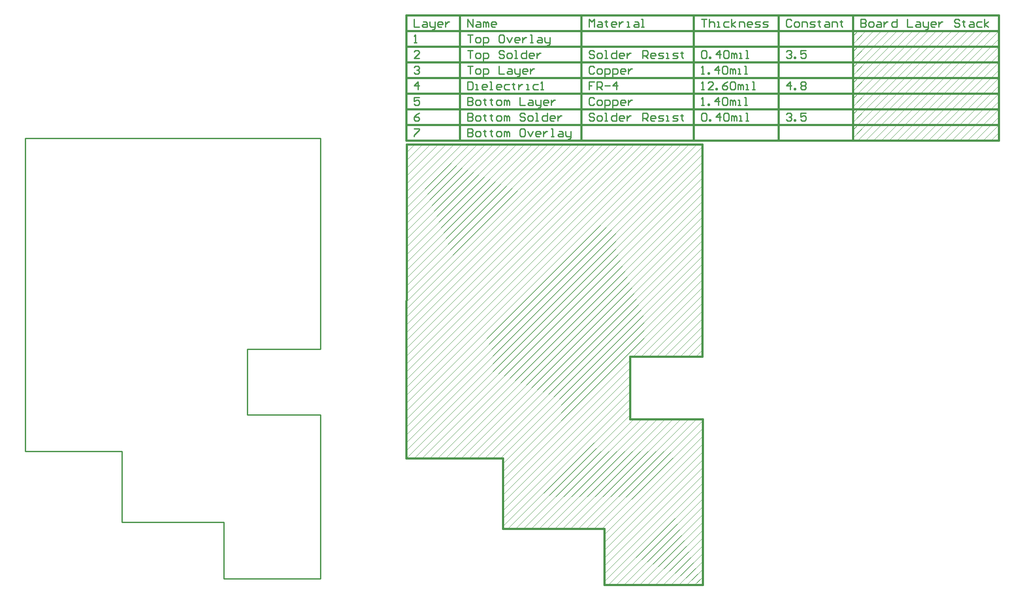
<source format=gko>
G04 Layer_Color=16711935*
%FSAX25Y25*%
%MOIN*%
G70*
G01*
G75*
%ADD30C,0.01500*%
%ADD69C,0.01000*%
%ADD101C,0.00100*%
D30*
X1733950Y1070511D02*
X1734447Y1310976D01*
X1733950Y1070511D02*
X1807939D01*
Y1016411D02*
Y1070511D01*
Y1016411D02*
X1885608D01*
Y0973450D02*
Y1016411D01*
Y0973450D02*
X1960890D01*
Y1100346D01*
X1905199D02*
X1960890D01*
X1905199D02*
Y1148478D01*
X1960691D01*
Y1310976D01*
X1734447D02*
X1960691D01*
X2187830Y1313976D02*
Y1409976D01*
X2075862Y1385976D02*
X2187830D01*
X2075862Y1373976D02*
X2187830D01*
X2075862Y1361976D02*
X2187830D01*
X2075862Y1349976D02*
X2187830D01*
X2075862Y1337976D02*
X2187830D01*
X2075862Y1325976D02*
X2187830D01*
X2075862Y1313976D02*
X2187830D01*
X2075862D02*
Y1409976D01*
X2018876Y1385976D02*
X2075862D01*
X2018876Y1373976D02*
X2075862D01*
X2018876Y1361976D02*
X2075862D01*
X2018876Y1349976D02*
X2075862D01*
X2018876Y1337976D02*
X2075862D01*
X2018876Y1325976D02*
X2075862D01*
X2018876Y1313976D02*
X2075862D01*
X2018876D02*
Y1409976D01*
X1953892Y1385976D02*
X2018876D01*
X1953892Y1373976D02*
X2018876D01*
X1953892Y1361976D02*
X2018876D01*
X1953892Y1349976D02*
X2018876D01*
X1953892Y1337976D02*
X2018876D01*
X1953892Y1325976D02*
X2018876D01*
X1953892Y1313976D02*
X2018876D01*
X1953892D02*
Y1409976D01*
X1867916Y1385976D02*
X1953892D01*
X1867916Y1373976D02*
X1953892D01*
X1867916Y1361976D02*
X1953892D01*
X1867916Y1349976D02*
X1953892D01*
X1867916Y1337976D02*
X1953892D01*
X1867916Y1325976D02*
X1953892D01*
X1867916Y1313976D02*
X1953892D01*
X1867916D02*
Y1409976D01*
X1774941Y1385976D02*
X1867916D01*
X1774941Y1373976D02*
X1867916D01*
X1774941Y1361976D02*
X1867916D01*
X1774941Y1349976D02*
X1867916D01*
X1774941Y1337976D02*
X1867916D01*
X1774941Y1325976D02*
X1867916D01*
X1774941Y1313976D02*
X1867916D01*
X1774941D02*
Y1409976D01*
X1733950Y1385976D02*
X1774941D01*
X1733950Y1373976D02*
X1774941D01*
X1733950Y1361976D02*
X1774941D01*
X1733950Y1349976D02*
X1774941D01*
X1733950Y1337976D02*
X1774941D01*
X1733950Y1325976D02*
X1774941D01*
X1733950Y1313976D02*
X1774941D01*
X1733950D02*
Y1409976D01*
X2187830D01*
X1733950Y1397976D02*
X2187830D01*
D69*
X1612275Y1154100D02*
X1668200D01*
X1612275Y1103800D02*
Y1154100D01*
X1668200D02*
Y1315900D01*
X1612275Y1103800D02*
X1668200D01*
X1442200Y1075800D02*
X1516300D01*
Y1021361D02*
Y1075800D01*
Y1021361D02*
X1594400D01*
Y0978100D02*
Y1021300D01*
Y0978054D02*
X1668200D01*
Y0978100D02*
Y1103800D01*
X1442200Y1075800D02*
Y1315900D01*
X1668200D01*
X2081862Y1406974D02*
Y1400976D01*
X2084861D01*
X2085861Y1401976D01*
Y1402976D01*
X2084861Y1403975D01*
X2081862D01*
X2084861D01*
X2085861Y1404975D01*
Y1405975D01*
X2084861Y1406974D01*
X2081862D01*
X2088860Y1400976D02*
X2090859D01*
X2091859Y1401976D01*
Y1403975D01*
X2090859Y1404975D01*
X2088860D01*
X2087860Y1403975D01*
Y1401976D01*
X2088860Y1400976D01*
X2094858Y1404975D02*
X2096857D01*
X2097857Y1403975D01*
Y1400976D01*
X2094858D01*
X2093858Y1401976D01*
X2094858Y1402976D01*
X2097857D01*
X2099856Y1404975D02*
Y1400976D01*
Y1402976D01*
X2100856Y1403975D01*
X2101856Y1404975D01*
X2102855D01*
X2109853Y1406974D02*
Y1400976D01*
X2106854D01*
X2105854Y1401976D01*
Y1403975D01*
X2106854Y1404975D01*
X2109853D01*
X2117850Y1406974D02*
Y1400976D01*
X2121849D01*
X2124848Y1404975D02*
X2126847D01*
X2127847Y1403975D01*
Y1400976D01*
X2124848D01*
X2123848Y1401976D01*
X2124848Y1402976D01*
X2127847D01*
X2129847Y1404975D02*
Y1401976D01*
X2130846Y1400976D01*
X2133845D01*
Y1399977D01*
X2132845Y1398977D01*
X2131846D01*
X2133845Y1400976D02*
Y1404975D01*
X2138844Y1400976D02*
X2136844D01*
X2135845Y1401976D01*
Y1403975D01*
X2136844Y1404975D01*
X2138844D01*
X2139843Y1403975D01*
Y1402976D01*
X2135845D01*
X2141843Y1404975D02*
Y1400976D01*
Y1402976D01*
X2142842Y1403975D01*
X2143842Y1404975D01*
X2144842D01*
X2157837Y1405975D02*
X2156838Y1406974D01*
X2154838D01*
X2153839Y1405975D01*
Y1404975D01*
X2154838Y1403975D01*
X2156838D01*
X2157837Y1402976D01*
Y1401976D01*
X2156838Y1400976D01*
X2154838D01*
X2153839Y1401976D01*
X2160836Y1405975D02*
Y1404975D01*
X2159837D01*
X2161836D01*
X2160836D01*
Y1401976D01*
X2161836Y1400976D01*
X2165835Y1404975D02*
X2167834D01*
X2168834Y1403975D01*
Y1400976D01*
X2165835D01*
X2164835Y1401976D01*
X2165835Y1402976D01*
X2168834D01*
X2174832Y1404975D02*
X2171833D01*
X2170833Y1403975D01*
Y1401976D01*
X2171833Y1400976D01*
X2174832D01*
X2176831D02*
Y1406974D01*
Y1402976D02*
X2179830Y1404975D01*
X2176831Y1402976D02*
X2179830Y1400976D01*
X2024876Y1381975D02*
X2025876Y1382974D01*
X2027875D01*
X2028875Y1381975D01*
Y1380975D01*
X2027875Y1379975D01*
X2026875D01*
X2027875D01*
X2028875Y1378976D01*
Y1377976D01*
X2027875Y1376976D01*
X2025876D01*
X2024876Y1377976D01*
X2030874Y1376976D02*
Y1377976D01*
X2031874D01*
Y1376976D01*
X2030874D01*
X2039871Y1382974D02*
X2035872D01*
Y1379975D01*
X2037872Y1380975D01*
X2038871D01*
X2039871Y1379975D01*
Y1377976D01*
X2038871Y1376976D01*
X2036872D01*
X2035872Y1377976D01*
X2027875Y1352976D02*
Y1358974D01*
X2024876Y1355975D01*
X2028875D01*
X2030874Y1352976D02*
Y1353976D01*
X2031874D01*
Y1352976D01*
X2030874D01*
X2035872Y1357975D02*
X2036872Y1358974D01*
X2038871D01*
X2039871Y1357975D01*
Y1356975D01*
X2038871Y1355975D01*
X2039871Y1354976D01*
Y1353976D01*
X2038871Y1352976D01*
X2036872D01*
X2035872Y1353976D01*
Y1354976D01*
X2036872Y1355975D01*
X2035872Y1356975D01*
Y1357975D01*
X2036872Y1355975D02*
X2038871D01*
X2024876Y1333975D02*
X2025876Y1334974D01*
X2027875D01*
X2028875Y1333975D01*
Y1332975D01*
X2027875Y1331975D01*
X2026875D01*
X2027875D01*
X2028875Y1330976D01*
Y1329976D01*
X2027875Y1328976D01*
X2025876D01*
X2024876Y1329976D01*
X2030874Y1328976D02*
Y1329976D01*
X2031874D01*
Y1328976D01*
X2030874D01*
X2039871Y1334974D02*
X2035872D01*
Y1331975D01*
X2037872Y1332975D01*
X2038871D01*
X2039871Y1331975D01*
Y1329976D01*
X2038871Y1328976D01*
X2036872D01*
X2035872Y1329976D01*
X2028875Y1405975D02*
X2027875Y1406974D01*
X2025876D01*
X2024876Y1405975D01*
Y1401976D01*
X2025876Y1400976D01*
X2027875D01*
X2028875Y1401976D01*
X2031874Y1400976D02*
X2033873D01*
X2034873Y1401976D01*
Y1403975D01*
X2033873Y1404975D01*
X2031874D01*
X2030874Y1403975D01*
Y1401976D01*
X2031874Y1400976D01*
X2036872D02*
Y1404975D01*
X2039871D01*
X2040871Y1403975D01*
Y1400976D01*
X2042870D02*
X2045869D01*
X2046869Y1401976D01*
X2045869Y1402976D01*
X2043870D01*
X2042870Y1403975D01*
X2043870Y1404975D01*
X2046869D01*
X2049868Y1405975D02*
Y1404975D01*
X2048868D01*
X2050867D01*
X2049868D01*
Y1401976D01*
X2050867Y1400976D01*
X2054866Y1404975D02*
X2056866D01*
X2057865Y1403975D01*
Y1400976D01*
X2054866D01*
X2053867Y1401976D01*
X2054866Y1402976D01*
X2057865D01*
X2059865Y1400976D02*
Y1404975D01*
X2062864D01*
X2063863Y1403975D01*
Y1400976D01*
X2066862Y1405975D02*
Y1404975D01*
X2065863D01*
X2067862D01*
X2066862D01*
Y1401976D01*
X2067862Y1400976D01*
X1959892Y1381975D02*
X1960892Y1382974D01*
X1962892D01*
X1963891Y1381975D01*
Y1377976D01*
X1962892Y1376976D01*
X1960892D01*
X1959892Y1377976D01*
Y1381975D01*
X1965891Y1376976D02*
Y1377976D01*
X1966890D01*
Y1376976D01*
X1965891D01*
X1973888D02*
Y1382974D01*
X1970889Y1379975D01*
X1974888D01*
X1976887Y1381975D02*
X1977887Y1382974D01*
X1979886D01*
X1980886Y1381975D01*
Y1377976D01*
X1979886Y1376976D01*
X1977887D01*
X1976887Y1377976D01*
Y1381975D01*
X1982885Y1376976D02*
Y1380975D01*
X1983885D01*
X1984884Y1379975D01*
Y1376976D01*
Y1379975D01*
X1985884Y1380975D01*
X1986884Y1379975D01*
Y1376976D01*
X1988883D02*
X1990882D01*
X1989883D01*
Y1380975D01*
X1988883D01*
X1993881Y1376976D02*
X1995881D01*
X1994881D01*
Y1382974D01*
X1993881D01*
X1959892Y1364976D02*
X1961892D01*
X1960892D01*
Y1370974D01*
X1959892Y1369975D01*
X1964891Y1364976D02*
Y1365976D01*
X1965891D01*
Y1364976D01*
X1964891D01*
X1972888D02*
Y1370974D01*
X1969889Y1367975D01*
X1973888D01*
X1975887Y1369975D02*
X1976887Y1370974D01*
X1978886D01*
X1979886Y1369975D01*
Y1365976D01*
X1978886Y1364976D01*
X1976887D01*
X1975887Y1365976D01*
Y1369975D01*
X1981885Y1364976D02*
Y1368975D01*
X1982885D01*
X1983885Y1367975D01*
Y1364976D01*
Y1367975D01*
X1984884Y1368975D01*
X1985884Y1367975D01*
Y1364976D01*
X1987883D02*
X1989883D01*
X1988883D01*
Y1368975D01*
X1987883D01*
X1992882Y1364976D02*
X1994881D01*
X1993881D01*
Y1370974D01*
X1992882D01*
X1959892Y1352976D02*
X1961892D01*
X1960892D01*
Y1358974D01*
X1959892Y1357975D01*
X1968889Y1352976D02*
X1964891D01*
X1968889Y1356975D01*
Y1357975D01*
X1967890Y1358974D01*
X1965891D01*
X1964891Y1357975D01*
X1970889Y1352976D02*
Y1353976D01*
X1971889D01*
Y1352976D01*
X1970889D01*
X1979886Y1358974D02*
X1977887Y1357975D01*
X1975887Y1355975D01*
Y1353976D01*
X1976887Y1352976D01*
X1978886D01*
X1979886Y1353976D01*
Y1354976D01*
X1978886Y1355975D01*
X1975887D01*
X1981885Y1357975D02*
X1982885Y1358974D01*
X1984884D01*
X1985884Y1357975D01*
Y1353976D01*
X1984884Y1352976D01*
X1982885D01*
X1981885Y1353976D01*
Y1357975D01*
X1987883Y1352976D02*
Y1356975D01*
X1988883D01*
X1989883Y1355975D01*
Y1352976D01*
Y1355975D01*
X1990882Y1356975D01*
X1991882Y1355975D01*
Y1352976D01*
X1993881D02*
X1995881D01*
X1994881D01*
Y1356975D01*
X1993881D01*
X1998880Y1352976D02*
X2000879D01*
X1999879D01*
Y1358974D01*
X1998880D01*
X1959892Y1340976D02*
X1961892D01*
X1960892D01*
Y1346974D01*
X1959892Y1345975D01*
X1964891Y1340976D02*
Y1341976D01*
X1965891D01*
Y1340976D01*
X1964891D01*
X1972888D02*
Y1346974D01*
X1969889Y1343975D01*
X1973888D01*
X1975887Y1345975D02*
X1976887Y1346974D01*
X1978886D01*
X1979886Y1345975D01*
Y1341976D01*
X1978886Y1340976D01*
X1976887D01*
X1975887Y1341976D01*
Y1345975D01*
X1981885Y1340976D02*
Y1344975D01*
X1982885D01*
X1983885Y1343975D01*
Y1340976D01*
Y1343975D01*
X1984884Y1344975D01*
X1985884Y1343975D01*
Y1340976D01*
X1987883D02*
X1989883D01*
X1988883D01*
Y1344975D01*
X1987883D01*
X1992882Y1340976D02*
X1994881D01*
X1993881D01*
Y1346974D01*
X1992882D01*
X1959892Y1333975D02*
X1960892Y1334974D01*
X1962892D01*
X1963891Y1333975D01*
Y1329976D01*
X1962892Y1328976D01*
X1960892D01*
X1959892Y1329976D01*
Y1333975D01*
X1965891Y1328976D02*
Y1329976D01*
X1966890D01*
Y1328976D01*
X1965891D01*
X1973888D02*
Y1334974D01*
X1970889Y1331975D01*
X1974888D01*
X1976887Y1333975D02*
X1977887Y1334974D01*
X1979886D01*
X1980886Y1333975D01*
Y1329976D01*
X1979886Y1328976D01*
X1977887D01*
X1976887Y1329976D01*
Y1333975D01*
X1982885Y1328976D02*
Y1332975D01*
X1983885D01*
X1984884Y1331975D01*
Y1328976D01*
Y1331975D01*
X1985884Y1332975D01*
X1986884Y1331975D01*
Y1328976D01*
X1988883D02*
X1990882D01*
X1989883D01*
Y1332975D01*
X1988883D01*
X1993881Y1328976D02*
X1995881D01*
X1994881D01*
Y1334974D01*
X1993881D01*
X1959892Y1406974D02*
X1963891D01*
X1961892D01*
Y1400976D01*
X1965891Y1406974D02*
Y1400976D01*
Y1403975D01*
X1966890Y1404975D01*
X1968889D01*
X1969889Y1403975D01*
Y1400976D01*
X1971889D02*
X1973888D01*
X1972888D01*
Y1404975D01*
X1971889D01*
X1980886D02*
X1977887D01*
X1976887Y1403975D01*
Y1401976D01*
X1977887Y1400976D01*
X1980886D01*
X1982885D02*
Y1406974D01*
Y1402976D02*
X1985884Y1404975D01*
X1982885Y1402976D02*
X1985884Y1400976D01*
X1988883D02*
Y1404975D01*
X1991882D01*
X1992882Y1403975D01*
Y1400976D01*
X1997880D02*
X1995881D01*
X1994881Y1401976D01*
Y1403975D01*
X1995881Y1404975D01*
X1997880D01*
X1998880Y1403975D01*
Y1402976D01*
X1994881D01*
X2000879Y1400976D02*
X2003878D01*
X2004878Y1401976D01*
X2003878Y1402976D01*
X2001879D01*
X2000879Y1403975D01*
X2001879Y1404975D01*
X2004878D01*
X2006877Y1400976D02*
X2009876D01*
X2010876Y1401976D01*
X2009876Y1402976D01*
X2007877D01*
X2006877Y1403975D01*
X2007877Y1404975D01*
X2010876D01*
X1877914Y1381975D02*
X1876915Y1382974D01*
X1874915D01*
X1873916Y1381975D01*
Y1380975D01*
X1874915Y1379975D01*
X1876915D01*
X1877914Y1378976D01*
Y1377976D01*
X1876915Y1376976D01*
X1874915D01*
X1873916Y1377976D01*
X1880914Y1376976D02*
X1882913D01*
X1883912Y1377976D01*
Y1379975D01*
X1882913Y1380975D01*
X1880914D01*
X1879914Y1379975D01*
Y1377976D01*
X1880914Y1376976D01*
X1885912D02*
X1887911D01*
X1886912D01*
Y1382974D01*
X1885912D01*
X1894909D02*
Y1376976D01*
X1891910D01*
X1890910Y1377976D01*
Y1379975D01*
X1891910Y1380975D01*
X1894909D01*
X1899907Y1376976D02*
X1897908D01*
X1896908Y1377976D01*
Y1379975D01*
X1897908Y1380975D01*
X1899907D01*
X1900907Y1379975D01*
Y1378976D01*
X1896908D01*
X1902906Y1380975D02*
Y1376976D01*
Y1378976D01*
X1903906Y1379975D01*
X1904906Y1380975D01*
X1905905D01*
X1914902Y1376976D02*
Y1382974D01*
X1917901D01*
X1918901Y1381975D01*
Y1379975D01*
X1917901Y1378976D01*
X1914902D01*
X1916902D02*
X1918901Y1376976D01*
X1923900D02*
X1921900D01*
X1920901Y1377976D01*
Y1379975D01*
X1921900Y1380975D01*
X1923900D01*
X1924899Y1379975D01*
Y1378976D01*
X1920901D01*
X1926899Y1376976D02*
X1929898D01*
X1930897Y1377976D01*
X1929898Y1378976D01*
X1927898D01*
X1926899Y1379975D01*
X1927898Y1380975D01*
X1930897D01*
X1932897Y1376976D02*
X1934896D01*
X1933896D01*
Y1380975D01*
X1932897D01*
X1937895Y1376976D02*
X1940894D01*
X1941894Y1377976D01*
X1940894Y1378976D01*
X1938895D01*
X1937895Y1379975D01*
X1938895Y1380975D01*
X1941894D01*
X1944893Y1381975D02*
Y1380975D01*
X1943893D01*
X1945892D01*
X1944893D01*
Y1377976D01*
X1945892Y1376976D01*
X1877914Y1369975D02*
X1876915Y1370974D01*
X1874915D01*
X1873916Y1369975D01*
Y1365976D01*
X1874915Y1364976D01*
X1876915D01*
X1877914Y1365976D01*
X1880914Y1364976D02*
X1882913D01*
X1883912Y1365976D01*
Y1367975D01*
X1882913Y1368975D01*
X1880914D01*
X1879914Y1367975D01*
Y1365976D01*
X1880914Y1364976D01*
X1885912Y1362977D02*
Y1368975D01*
X1888911D01*
X1889911Y1367975D01*
Y1365976D01*
X1888911Y1364976D01*
X1885912D01*
X1891910Y1362977D02*
Y1368975D01*
X1894909D01*
X1895909Y1367975D01*
Y1365976D01*
X1894909Y1364976D01*
X1891910D01*
X1900907D02*
X1898908D01*
X1897908Y1365976D01*
Y1367975D01*
X1898908Y1368975D01*
X1900907D01*
X1901907Y1367975D01*
Y1366976D01*
X1897908D01*
X1903906Y1368975D02*
Y1364976D01*
Y1366976D01*
X1904906Y1367975D01*
X1905905Y1368975D01*
X1906905D01*
X1877914Y1358974D02*
X1873916D01*
Y1355975D01*
X1875915D01*
X1873916D01*
Y1352976D01*
X1879914D02*
Y1358974D01*
X1882913D01*
X1883912Y1357975D01*
Y1355975D01*
X1882913Y1354976D01*
X1879914D01*
X1881913D02*
X1883912Y1352976D01*
X1885912Y1355975D02*
X1889911D01*
X1894909Y1352976D02*
Y1358974D01*
X1891910Y1355975D01*
X1895909D01*
X1877914Y1345975D02*
X1876915Y1346974D01*
X1874915D01*
X1873916Y1345975D01*
Y1341976D01*
X1874915Y1340976D01*
X1876915D01*
X1877914Y1341976D01*
X1880914Y1340976D02*
X1882913D01*
X1883912Y1341976D01*
Y1343975D01*
X1882913Y1344975D01*
X1880914D01*
X1879914Y1343975D01*
Y1341976D01*
X1880914Y1340976D01*
X1885912Y1338977D02*
Y1344975D01*
X1888911D01*
X1889911Y1343975D01*
Y1341976D01*
X1888911Y1340976D01*
X1885912D01*
X1891910Y1338977D02*
Y1344975D01*
X1894909D01*
X1895909Y1343975D01*
Y1341976D01*
X1894909Y1340976D01*
X1891910D01*
X1900907D02*
X1898908D01*
X1897908Y1341976D01*
Y1343975D01*
X1898908Y1344975D01*
X1900907D01*
X1901907Y1343975D01*
Y1342976D01*
X1897908D01*
X1903906Y1344975D02*
Y1340976D01*
Y1342976D01*
X1904906Y1343975D01*
X1905905Y1344975D01*
X1906905D01*
X1877914Y1333975D02*
X1876915Y1334974D01*
X1874915D01*
X1873916Y1333975D01*
Y1332975D01*
X1874915Y1331975D01*
X1876915D01*
X1877914Y1330976D01*
Y1329976D01*
X1876915Y1328976D01*
X1874915D01*
X1873916Y1329976D01*
X1880914Y1328976D02*
X1882913D01*
X1883912Y1329976D01*
Y1331975D01*
X1882913Y1332975D01*
X1880914D01*
X1879914Y1331975D01*
Y1329976D01*
X1880914Y1328976D01*
X1885912D02*
X1887911D01*
X1886912D01*
Y1334974D01*
X1885912D01*
X1894909D02*
Y1328976D01*
X1891910D01*
X1890910Y1329976D01*
Y1331975D01*
X1891910Y1332975D01*
X1894909D01*
X1899907Y1328976D02*
X1897908D01*
X1896908Y1329976D01*
Y1331975D01*
X1897908Y1332975D01*
X1899907D01*
X1900907Y1331975D01*
Y1330976D01*
X1896908D01*
X1902906Y1332975D02*
Y1328976D01*
Y1330976D01*
X1903906Y1331975D01*
X1904906Y1332975D01*
X1905905D01*
X1914902Y1328976D02*
Y1334974D01*
X1917901D01*
X1918901Y1333975D01*
Y1331975D01*
X1917901Y1330976D01*
X1914902D01*
X1916902D02*
X1918901Y1328976D01*
X1923900D02*
X1921900D01*
X1920901Y1329976D01*
Y1331975D01*
X1921900Y1332975D01*
X1923900D01*
X1924899Y1331975D01*
Y1330976D01*
X1920901D01*
X1926899Y1328976D02*
X1929898D01*
X1930897Y1329976D01*
X1929898Y1330976D01*
X1927898D01*
X1926899Y1331975D01*
X1927898Y1332975D01*
X1930897D01*
X1932897Y1328976D02*
X1934896D01*
X1933896D01*
Y1332975D01*
X1932897D01*
X1937895Y1328976D02*
X1940894D01*
X1941894Y1329976D01*
X1940894Y1330976D01*
X1938895D01*
X1937895Y1331975D01*
X1938895Y1332975D01*
X1941894D01*
X1944893Y1333975D02*
Y1332975D01*
X1943893D01*
X1945892D01*
X1944893D01*
Y1329976D01*
X1945892Y1328976D01*
X1873916Y1400976D02*
Y1406974D01*
X1875915Y1404975D01*
X1877914Y1406974D01*
Y1400976D01*
X1880914Y1404975D02*
X1882913D01*
X1883912Y1403975D01*
Y1400976D01*
X1880914D01*
X1879914Y1401976D01*
X1880914Y1402976D01*
X1883912D01*
X1886912Y1405975D02*
Y1404975D01*
X1885912D01*
X1887911D01*
X1886912D01*
Y1401976D01*
X1887911Y1400976D01*
X1893909D02*
X1891910D01*
X1890910Y1401976D01*
Y1403975D01*
X1891910Y1404975D01*
X1893909D01*
X1894909Y1403975D01*
Y1402976D01*
X1890910D01*
X1896908Y1404975D02*
Y1400976D01*
Y1402976D01*
X1897908Y1403975D01*
X1898908Y1404975D01*
X1899907D01*
X1902906Y1400976D02*
X1904906D01*
X1903906D01*
Y1404975D01*
X1902906D01*
X1908904D02*
X1910904D01*
X1911903Y1403975D01*
Y1400976D01*
X1908904D01*
X1907905Y1401976D01*
X1908904Y1402976D01*
X1911903D01*
X1913903Y1400976D02*
X1915902D01*
X1914902D01*
Y1406974D01*
X1913903D01*
X1780941Y1394974D02*
X1784940D01*
X1782941D01*
Y1388976D01*
X1787939D02*
X1789938D01*
X1790938Y1389976D01*
Y1391975D01*
X1789938Y1392975D01*
X1787939D01*
X1786939Y1391975D01*
Y1389976D01*
X1787939Y1388976D01*
X1792937Y1386977D02*
Y1392975D01*
X1795936D01*
X1796936Y1391975D01*
Y1389976D01*
X1795936Y1388976D01*
X1792937D01*
X1807932Y1394974D02*
X1805933D01*
X1804934Y1393975D01*
Y1389976D01*
X1805933Y1388976D01*
X1807932D01*
X1808932Y1389976D01*
Y1393975D01*
X1807932Y1394974D01*
X1810932Y1392975D02*
X1812931Y1388976D01*
X1814930Y1392975D01*
X1819929Y1388976D02*
X1817929D01*
X1816930Y1389976D01*
Y1391975D01*
X1817929Y1392975D01*
X1819929D01*
X1820928Y1391975D01*
Y1390976D01*
X1816930D01*
X1822928Y1392975D02*
Y1388976D01*
Y1390976D01*
X1823927Y1391975D01*
X1824927Y1392975D01*
X1825927D01*
X1828926Y1388976D02*
X1830925D01*
X1829925D01*
Y1394974D01*
X1828926D01*
X1834924Y1392975D02*
X1836923D01*
X1837923Y1391975D01*
Y1388976D01*
X1834924D01*
X1833924Y1389976D01*
X1834924Y1390976D01*
X1837923D01*
X1839922Y1392975D02*
Y1389976D01*
X1840922Y1388976D01*
X1843921D01*
Y1387977D01*
X1842921Y1386977D01*
X1841921D01*
X1843921Y1388976D02*
Y1392975D01*
X1780941Y1382974D02*
X1784940D01*
X1782941D01*
Y1376976D01*
X1787939D02*
X1789938D01*
X1790938Y1377976D01*
Y1379975D01*
X1789938Y1380975D01*
X1787939D01*
X1786939Y1379975D01*
Y1377976D01*
X1787939Y1376976D01*
X1792937Y1374977D02*
Y1380975D01*
X1795936D01*
X1796936Y1379975D01*
Y1377976D01*
X1795936Y1376976D01*
X1792937D01*
X1808932Y1381975D02*
X1807932Y1382974D01*
X1805933D01*
X1804934Y1381975D01*
Y1380975D01*
X1805933Y1379975D01*
X1807932D01*
X1808932Y1378976D01*
Y1377976D01*
X1807932Y1376976D01*
X1805933D01*
X1804934Y1377976D01*
X1811931Y1376976D02*
X1813931D01*
X1814930Y1377976D01*
Y1379975D01*
X1813931Y1380975D01*
X1811931D01*
X1810932Y1379975D01*
Y1377976D01*
X1811931Y1376976D01*
X1816930D02*
X1818929D01*
X1817929D01*
Y1382974D01*
X1816930D01*
X1825927D02*
Y1376976D01*
X1822928D01*
X1821928Y1377976D01*
Y1379975D01*
X1822928Y1380975D01*
X1825927D01*
X1830925Y1376976D02*
X1828926D01*
X1827926Y1377976D01*
Y1379975D01*
X1828926Y1380975D01*
X1830925D01*
X1831925Y1379975D01*
Y1378976D01*
X1827926D01*
X1833924Y1380975D02*
Y1376976D01*
Y1378976D01*
X1834924Y1379975D01*
X1835924Y1380975D01*
X1836923D01*
X1780941Y1370974D02*
X1784940D01*
X1782941D01*
Y1364976D01*
X1787939D02*
X1789938D01*
X1790938Y1365976D01*
Y1367975D01*
X1789938Y1368975D01*
X1787939D01*
X1786939Y1367975D01*
Y1365976D01*
X1787939Y1364976D01*
X1792937Y1362977D02*
Y1368975D01*
X1795936D01*
X1796936Y1367975D01*
Y1365976D01*
X1795936Y1364976D01*
X1792937D01*
X1804934Y1370974D02*
Y1364976D01*
X1808932D01*
X1811931Y1368975D02*
X1813931D01*
X1814930Y1367975D01*
Y1364976D01*
X1811931D01*
X1810932Y1365976D01*
X1811931Y1366976D01*
X1814930D01*
X1816930Y1368975D02*
Y1365976D01*
X1817929Y1364976D01*
X1820928D01*
Y1363977D01*
X1819929Y1362977D01*
X1818929D01*
X1820928Y1364976D02*
Y1368975D01*
X1825927Y1364976D02*
X1823927D01*
X1822928Y1365976D01*
Y1367975D01*
X1823927Y1368975D01*
X1825927D01*
X1826926Y1367975D01*
Y1366976D01*
X1822928D01*
X1828926Y1368975D02*
Y1364976D01*
Y1366976D01*
X1829925Y1367975D01*
X1830925Y1368975D01*
X1831925D01*
X1780941Y1358974D02*
Y1352976D01*
X1783940D01*
X1784940Y1353976D01*
Y1357975D01*
X1783940Y1358974D01*
X1780941D01*
X1786939Y1352976D02*
X1788939D01*
X1787939D01*
Y1356975D01*
X1786939D01*
X1794937Y1352976D02*
X1792937D01*
X1791938Y1353976D01*
Y1355975D01*
X1792937Y1356975D01*
X1794937D01*
X1795936Y1355975D01*
Y1354976D01*
X1791938D01*
X1797936Y1352976D02*
X1799935D01*
X1798936D01*
Y1358974D01*
X1797936D01*
X1805933Y1352976D02*
X1803934D01*
X1802934Y1353976D01*
Y1355975D01*
X1803934Y1356975D01*
X1805933D01*
X1806933Y1355975D01*
Y1354976D01*
X1802934D01*
X1812931Y1356975D02*
X1809932D01*
X1808932Y1355975D01*
Y1353976D01*
X1809932Y1352976D01*
X1812931D01*
X1815930Y1357975D02*
Y1356975D01*
X1814930D01*
X1816930D01*
X1815930D01*
Y1353976D01*
X1816930Y1352976D01*
X1819929Y1356975D02*
Y1352976D01*
Y1354976D01*
X1820928Y1355975D01*
X1821928Y1356975D01*
X1822928D01*
X1825927Y1352976D02*
X1827926D01*
X1826926D01*
Y1356975D01*
X1825927D01*
X1834924D02*
X1831925D01*
X1830925Y1355975D01*
Y1353976D01*
X1831925Y1352976D01*
X1834924D01*
X1836923D02*
X1838923D01*
X1837923D01*
Y1358974D01*
X1836923Y1357975D01*
X1780941Y1346974D02*
Y1340976D01*
X1783940D01*
X1784940Y1341976D01*
Y1342976D01*
X1783940Y1343975D01*
X1780941D01*
X1783940D01*
X1784940Y1344975D01*
Y1345975D01*
X1783940Y1346974D01*
X1780941D01*
X1787939Y1340976D02*
X1789938D01*
X1790938Y1341976D01*
Y1343975D01*
X1789938Y1344975D01*
X1787939D01*
X1786939Y1343975D01*
Y1341976D01*
X1787939Y1340976D01*
X1793937Y1345975D02*
Y1344975D01*
X1792937D01*
X1794937D01*
X1793937D01*
Y1341976D01*
X1794937Y1340976D01*
X1798936Y1345975D02*
Y1344975D01*
X1797936D01*
X1799935D01*
X1798936D01*
Y1341976D01*
X1799935Y1340976D01*
X1803934D02*
X1805933D01*
X1806933Y1341976D01*
Y1343975D01*
X1805933Y1344975D01*
X1803934D01*
X1802934Y1343975D01*
Y1341976D01*
X1803934Y1340976D01*
X1808932D02*
Y1344975D01*
X1809932D01*
X1810932Y1343975D01*
Y1340976D01*
Y1343975D01*
X1811931Y1344975D01*
X1812931Y1343975D01*
Y1340976D01*
X1820928Y1346974D02*
Y1340976D01*
X1824927D01*
X1827926Y1344975D02*
X1829925D01*
X1830925Y1343975D01*
Y1340976D01*
X1827926D01*
X1826926Y1341976D01*
X1827926Y1342976D01*
X1830925D01*
X1832924Y1344975D02*
Y1341976D01*
X1833924Y1340976D01*
X1836923D01*
Y1339977D01*
X1835924Y1338977D01*
X1834924D01*
X1836923Y1340976D02*
Y1344975D01*
X1841921Y1340976D02*
X1839922D01*
X1838923Y1341976D01*
Y1343975D01*
X1839922Y1344975D01*
X1841921D01*
X1842921Y1343975D01*
Y1342976D01*
X1838923D01*
X1844921Y1344975D02*
Y1340976D01*
Y1342976D01*
X1845920Y1343975D01*
X1846920Y1344975D01*
X1847920D01*
X1780941Y1334974D02*
Y1328976D01*
X1783940D01*
X1784940Y1329976D01*
Y1330976D01*
X1783940Y1331975D01*
X1780941D01*
X1783940D01*
X1784940Y1332975D01*
Y1333975D01*
X1783940Y1334974D01*
X1780941D01*
X1787939Y1328976D02*
X1789938D01*
X1790938Y1329976D01*
Y1331975D01*
X1789938Y1332975D01*
X1787939D01*
X1786939Y1331975D01*
Y1329976D01*
X1787939Y1328976D01*
X1793937Y1333975D02*
Y1332975D01*
X1792937D01*
X1794937D01*
X1793937D01*
Y1329976D01*
X1794937Y1328976D01*
X1798936Y1333975D02*
Y1332975D01*
X1797936D01*
X1799935D01*
X1798936D01*
Y1329976D01*
X1799935Y1328976D01*
X1803934D02*
X1805933D01*
X1806933Y1329976D01*
Y1331975D01*
X1805933Y1332975D01*
X1803934D01*
X1802934Y1331975D01*
Y1329976D01*
X1803934Y1328976D01*
X1808932D02*
Y1332975D01*
X1809932D01*
X1810932Y1331975D01*
Y1328976D01*
Y1331975D01*
X1811931Y1332975D01*
X1812931Y1331975D01*
Y1328976D01*
X1824927Y1333975D02*
X1823927Y1334974D01*
X1821928D01*
X1820928Y1333975D01*
Y1332975D01*
X1821928Y1331975D01*
X1823927D01*
X1824927Y1330976D01*
Y1329976D01*
X1823927Y1328976D01*
X1821928D01*
X1820928Y1329976D01*
X1827926Y1328976D02*
X1829925D01*
X1830925Y1329976D01*
Y1331975D01*
X1829925Y1332975D01*
X1827926D01*
X1826926Y1331975D01*
Y1329976D01*
X1827926Y1328976D01*
X1832924D02*
X1834924D01*
X1833924D01*
Y1334974D01*
X1832924D01*
X1841921D02*
Y1328976D01*
X1838923D01*
X1837923Y1329976D01*
Y1331975D01*
X1838923Y1332975D01*
X1841921D01*
X1846920Y1328976D02*
X1844921D01*
X1843921Y1329976D01*
Y1331975D01*
X1844921Y1332975D01*
X1846920D01*
X1847920Y1331975D01*
Y1330976D01*
X1843921D01*
X1849919Y1332975D02*
Y1328976D01*
Y1330976D01*
X1850919Y1331975D01*
X1851918Y1332975D01*
X1852918D01*
X1780941Y1322974D02*
Y1316976D01*
X1783940D01*
X1784940Y1317976D01*
Y1318976D01*
X1783940Y1319975D01*
X1780941D01*
X1783940D01*
X1784940Y1320975D01*
Y1321975D01*
X1783940Y1322974D01*
X1780941D01*
X1787939Y1316976D02*
X1789938D01*
X1790938Y1317976D01*
Y1319975D01*
X1789938Y1320975D01*
X1787939D01*
X1786939Y1319975D01*
Y1317976D01*
X1787939Y1316976D01*
X1793937Y1321975D02*
Y1320975D01*
X1792937D01*
X1794937D01*
X1793937D01*
Y1317976D01*
X1794937Y1316976D01*
X1798936Y1321975D02*
Y1320975D01*
X1797936D01*
X1799935D01*
X1798936D01*
Y1317976D01*
X1799935Y1316976D01*
X1803934D02*
X1805933D01*
X1806933Y1317976D01*
Y1319975D01*
X1805933Y1320975D01*
X1803934D01*
X1802934Y1319975D01*
Y1317976D01*
X1803934Y1316976D01*
X1808932D02*
Y1320975D01*
X1809932D01*
X1810932Y1319975D01*
Y1316976D01*
Y1319975D01*
X1811931Y1320975D01*
X1812931Y1319975D01*
Y1316976D01*
X1823927Y1322974D02*
X1821928D01*
X1820928Y1321975D01*
Y1317976D01*
X1821928Y1316976D01*
X1823927D01*
X1824927Y1317976D01*
Y1321975D01*
X1823927Y1322974D01*
X1826926Y1320975D02*
X1828926Y1316976D01*
X1830925Y1320975D01*
X1835924Y1316976D02*
X1833924D01*
X1832924Y1317976D01*
Y1319975D01*
X1833924Y1320975D01*
X1835924D01*
X1836923Y1319975D01*
Y1318976D01*
X1832924D01*
X1838923Y1320975D02*
Y1316976D01*
Y1318976D01*
X1839922Y1319975D01*
X1840922Y1320975D01*
X1841921D01*
X1844921Y1316976D02*
X1846920D01*
X1845920D01*
Y1322974D01*
X1844921D01*
X1850919Y1320975D02*
X1852918D01*
X1853918Y1319975D01*
Y1316976D01*
X1850919D01*
X1849919Y1317976D01*
X1850919Y1318976D01*
X1853918D01*
X1855917Y1320975D02*
Y1317976D01*
X1856917Y1316976D01*
X1859916D01*
Y1315977D01*
X1858916Y1314977D01*
X1857916D01*
X1859916Y1316976D02*
Y1320975D01*
X1780941Y1400976D02*
Y1406974D01*
X1784940Y1400976D01*
Y1406974D01*
X1787939Y1404975D02*
X1789938D01*
X1790938Y1403975D01*
Y1400976D01*
X1787939D01*
X1786939Y1401976D01*
X1787939Y1402976D01*
X1790938D01*
X1792937Y1400976D02*
Y1404975D01*
X1793937D01*
X1794937Y1403975D01*
Y1400976D01*
Y1403975D01*
X1795936Y1404975D01*
X1796936Y1403975D01*
Y1400976D01*
X1801934D02*
X1799935D01*
X1798936Y1401976D01*
Y1403975D01*
X1799935Y1404975D01*
X1801934D01*
X1802934Y1403975D01*
Y1402976D01*
X1798936D01*
X1739950Y1388976D02*
X1741949D01*
X1740950D01*
Y1394974D01*
X1739950Y1393975D01*
X1743949Y1376976D02*
X1739950D01*
X1743949Y1380975D01*
Y1381975D01*
X1742949Y1382974D01*
X1740950D01*
X1739950Y1381975D01*
Y1369975D02*
X1740950Y1370974D01*
X1742949D01*
X1743949Y1369975D01*
Y1368975D01*
X1742949Y1367975D01*
X1741949D01*
X1742949D01*
X1743949Y1366976D01*
Y1365976D01*
X1742949Y1364976D01*
X1740950D01*
X1739950Y1365976D01*
X1742949Y1352976D02*
Y1358974D01*
X1739950Y1355975D01*
X1743949D01*
Y1346974D02*
X1739950D01*
Y1343975D01*
X1741949Y1344975D01*
X1742949D01*
X1743949Y1343975D01*
Y1341976D01*
X1742949Y1340976D01*
X1740950D01*
X1739950Y1341976D01*
X1743949Y1334974D02*
X1741949Y1333975D01*
X1739950Y1331975D01*
Y1329976D01*
X1740950Y1328976D01*
X1742949D01*
X1743949Y1329976D01*
Y1330976D01*
X1742949Y1331975D01*
X1739950D01*
Y1322974D02*
X1743949D01*
Y1321975D01*
X1739950Y1317976D01*
Y1316976D01*
Y1406974D02*
Y1400976D01*
X1743949D01*
X1746948Y1404975D02*
X1748947D01*
X1749947Y1403975D01*
Y1400976D01*
X1746948D01*
X1745948Y1401976D01*
X1746948Y1402976D01*
X1749947D01*
X1751946Y1404975D02*
Y1401976D01*
X1752946Y1400976D01*
X1755945D01*
Y1399977D01*
X1754945Y1398977D01*
X1753946D01*
X1755945Y1400976D02*
Y1404975D01*
X1760943Y1400976D02*
X1758944D01*
X1757944Y1401976D01*
Y1403975D01*
X1758944Y1404975D01*
X1760943D01*
X1761943Y1403975D01*
Y1402976D01*
X1757944D01*
X1763942Y1404975D02*
Y1400976D01*
Y1402976D01*
X1764942Y1403975D01*
X1765942Y1404975D01*
X1766941D01*
D101*
X1734447Y1311007D02*
X1734471Y1311030D01*
X1734435Y1304994D02*
X1740471Y1311030D01*
X1734422Y1298982D02*
X1746471Y1311030D01*
X1734410Y1292970D02*
X1752471Y1311030D01*
X1734397Y1286957D02*
X1758471Y1311030D01*
X1734385Y1280945D02*
X1764471Y1311030D01*
X1734373Y1274932D02*
X1770471Y1311030D01*
X1734360Y1268920D02*
X1776471Y1311030D01*
X1734348Y1262908D02*
X1782471Y1311030D01*
X1734335Y1256895D02*
X1788471Y1311030D01*
X1734323Y1250883D02*
X1794471Y1311030D01*
X1734310Y1244870D02*
X1800471Y1311030D01*
X1734298Y1238858D02*
X1806471Y1311030D01*
X1734286Y1232845D02*
X1812471Y1311030D01*
X1734273Y1226833D02*
X1818471Y1311030D01*
X1734261Y1220821D02*
X1824471Y1311030D01*
X1734248Y1214808D02*
X1830471Y1311030D01*
X1734236Y1208796D02*
X1836471Y1311030D01*
X1734223Y1202783D02*
X1842471Y1311030D01*
X1734211Y1196771D02*
X1848471Y1311030D01*
X1734199Y1190758D02*
X1854471Y1311030D01*
X1734186Y1184746D02*
X1860471Y1311030D01*
X1734174Y1178734D02*
X1866471Y1311030D01*
X1734161Y1172721D02*
X1872471Y1311030D01*
X1734149Y1166709D02*
X1878471Y1311030D01*
X1734136Y1160696D02*
X1884471Y1311030D01*
X1734124Y1154684D02*
X1890471Y1311030D01*
X1734112Y1148671D02*
X1896471Y1311030D01*
X1734099Y1142659D02*
X1902471Y1311030D01*
X1734087Y1136646D02*
X1908471Y1311030D01*
X1734074Y1130634D02*
X1914471Y1311030D01*
X1734062Y1124622D02*
X1920471Y1311030D01*
X1734049Y1118609D02*
X1926471Y1311030D01*
X1734037Y1112597D02*
X1932471Y1311030D01*
X1734024Y1106584D02*
X1938471Y1311030D01*
X1734012Y1100572D02*
X1944471Y1311030D01*
X1734000Y1094559D02*
X1950471Y1311030D01*
X1733987Y1088547D02*
X1956471Y1311030D01*
X1733975Y1082535D02*
X1960691Y1309251D01*
X1733962Y1076522D02*
X1960691Y1303251D01*
X1733950Y1070510D02*
X1960691Y1297251D01*
X1739875Y1070435D02*
X1960691Y1291251D01*
X1745875Y1070435D02*
X1960691Y1285251D01*
X1751875Y1070435D02*
X1960691Y1279251D01*
X1757875Y1070435D02*
X1960691Y1273251D01*
X1763875Y1070435D02*
X1960691Y1267251D01*
X1769875Y1070435D02*
X1960691Y1261251D01*
X1775875Y1070435D02*
X1960691Y1255251D01*
X1781875Y1070435D02*
X1960691Y1249251D01*
X1787875Y1070435D02*
X1960691Y1243251D01*
X1793875Y1070435D02*
X1960691Y1237251D01*
X1799875Y1070435D02*
X1960691Y1231251D01*
X1805875Y1070435D02*
X1960691Y1225251D01*
X1807939Y1066499D02*
X1960691Y1219251D01*
X1807939Y1060499D02*
X1960691Y1213251D01*
X1807939Y1054499D02*
X1960691Y1207251D01*
X1807939Y1048499D02*
X1905199Y1145759D01*
X1907842Y1148402D02*
X1960691Y1201251D01*
X1807939Y1042499D02*
X1905199Y1139759D01*
X1913842Y1148402D02*
X1960691Y1195251D01*
X1807939Y1036499D02*
X1905199Y1133759D01*
X1919842Y1148402D02*
X1960691Y1189251D01*
X1807939Y1030499D02*
X1905199Y1127759D01*
X1925842Y1148402D02*
X1960691Y1183251D01*
X1807939Y1024499D02*
X1905199Y1121759D01*
X1931842Y1148402D02*
X1960691Y1177251D01*
X1807939Y1018499D02*
X1905199Y1115759D01*
X1937842Y1148402D02*
X1960691Y1171251D01*
X1811775Y1016335D02*
X1905199Y1109759D01*
X1943842Y1148402D02*
X1960691Y1165251D01*
X1817775Y1016335D02*
X1905199Y1103759D01*
X1949842Y1148402D02*
X1960691Y1159251D01*
X1823775Y1016335D02*
X1907862Y1100422D01*
X1955842Y1148402D02*
X1960691Y1153251D01*
X1829775Y1016335D02*
X1913862Y1100422D01*
X1835775Y1016335D02*
X1919862Y1100422D01*
X1841775Y1016335D02*
X1925862Y1100422D01*
X1847775Y1016335D02*
X1931862Y1100422D01*
X1853775Y1016335D02*
X1937862Y1100422D01*
X1859775Y1016335D02*
X1943862Y1100422D01*
X1865775Y1016335D02*
X1949862Y1100422D01*
X1871775Y1016335D02*
X1955862Y1100422D01*
X1877775Y1016335D02*
X1960890Y1099450D01*
X1883775Y1016335D02*
X1960890Y1093450D01*
X1885608Y1012168D02*
X1960890Y1087450D01*
X1885608Y1006168D02*
X1960890Y1081450D01*
X1885608Y1000168D02*
X1960890Y1075450D01*
X1885608Y0994168D02*
X1960890Y1069450D01*
X1885608Y0988168D02*
X1960890Y1063450D01*
X1885608Y0982168D02*
X1960890Y1057450D01*
X1885608Y0976168D02*
X1960890Y1051450D01*
X1888836Y0973396D02*
X1960890Y1045450D01*
X1894836Y0973396D02*
X1960890Y1039450D01*
X1900836Y0973396D02*
X1960890Y1033450D01*
X1906836Y0973396D02*
X1960890Y1027450D01*
X1912836Y0973396D02*
X1960890Y1021450D01*
X1918836Y0973396D02*
X1960890Y1015450D01*
X1924836Y0973396D02*
X1960890Y1009450D01*
X1930836Y0973396D02*
X1960890Y1003450D01*
X1936836Y0973396D02*
X1960890Y0997450D01*
X1942836Y0973396D02*
X1960890Y0991450D01*
X1948836Y0973396D02*
X1960890Y0985450D01*
X1954836Y0973396D02*
X1960890Y0979450D01*
X2075862Y1394008D02*
X2079830Y1397976D01*
X2075862Y1388008D02*
X2085830Y1397976D01*
X2079830Y1385976D02*
X2091830Y1397976D01*
X2085830Y1385976D02*
X2097830Y1397976D01*
X2091830Y1385976D02*
X2103830Y1397976D01*
X2097830Y1385976D02*
X2109830Y1397976D01*
X2103830Y1385976D02*
X2115830Y1397976D01*
X2109830Y1385976D02*
X2121830Y1397976D01*
X2115830Y1385976D02*
X2127830Y1397976D01*
X2121830Y1385976D02*
X2133830Y1397976D01*
X2127830Y1385976D02*
X2139830Y1397976D01*
X2133830Y1385976D02*
X2145830Y1397976D01*
X2139830Y1385976D02*
X2151830Y1397976D01*
X2145830Y1385976D02*
X2157830Y1397976D01*
X2151830Y1385976D02*
X2163830Y1397976D01*
X2157830Y1385976D02*
X2169830Y1397976D01*
X2163830Y1385976D02*
X2175830Y1397976D01*
X2169830Y1385976D02*
X2181830Y1397976D01*
X2175830Y1385976D02*
X2187830Y1397976D01*
X2181830Y1385976D02*
X2187830Y1391976D01*
X2075862Y1382008D02*
X2079830Y1385976D01*
X2075862Y1376008D02*
X2085830Y1385976D01*
X2079830Y1373976D02*
X2091830Y1385976D01*
X2085830Y1373976D02*
X2097830Y1385976D01*
X2091830Y1373976D02*
X2103830Y1385976D01*
X2097830Y1373976D02*
X2109830Y1385976D01*
X2103830Y1373976D02*
X2115830Y1385976D01*
X2109830Y1373976D02*
X2121830Y1385976D01*
X2115830Y1373976D02*
X2127830Y1385976D01*
X2121830Y1373976D02*
X2133830Y1385976D01*
X2127830Y1373976D02*
X2139830Y1385976D01*
X2133830Y1373976D02*
X2145830Y1385976D01*
X2139830Y1373976D02*
X2151830Y1385976D01*
X2145830Y1373976D02*
X2157830Y1385976D01*
X2151830Y1373976D02*
X2163830Y1385976D01*
X2157830Y1373976D02*
X2169830Y1385976D01*
X2163830Y1373976D02*
X2175830Y1385976D01*
X2169830Y1373976D02*
X2181830Y1385976D01*
X2175830Y1373976D02*
X2187830Y1385976D01*
X2181830Y1373976D02*
X2187830Y1379976D01*
X2075862Y1370008D02*
X2079830Y1373976D01*
X2075862Y1364008D02*
X2085830Y1373976D01*
X2079830Y1361976D02*
X2091830Y1373976D01*
X2085830Y1361976D02*
X2097830Y1373976D01*
X2091830Y1361976D02*
X2103830Y1373976D01*
X2097830Y1361976D02*
X2109830Y1373976D01*
X2103830Y1361976D02*
X2115830Y1373976D01*
X2109830Y1361976D02*
X2121830Y1373976D01*
X2115830Y1361976D02*
X2127830Y1373976D01*
X2121830Y1361976D02*
X2133830Y1373976D01*
X2127830Y1361976D02*
X2139830Y1373976D01*
X2133830Y1361976D02*
X2145830Y1373976D01*
X2139830Y1361976D02*
X2151830Y1373976D01*
X2145830Y1361976D02*
X2157830Y1373976D01*
X2151830Y1361976D02*
X2163830Y1373976D01*
X2157830Y1361976D02*
X2169830Y1373976D01*
X2163830Y1361976D02*
X2175830Y1373976D01*
X2169830Y1361976D02*
X2181830Y1373976D01*
X2175830Y1361976D02*
X2187830Y1373976D01*
X2181830Y1361976D02*
X2187830Y1367976D01*
X2075862Y1358008D02*
X2079830Y1361976D01*
X2075862Y1352008D02*
X2085830Y1361976D01*
X2079830Y1349976D02*
X2091830Y1361976D01*
X2085830Y1349976D02*
X2097830Y1361976D01*
X2091830Y1349976D02*
X2103830Y1361976D01*
X2097830Y1349976D02*
X2109830Y1361976D01*
X2103830Y1349976D02*
X2115830Y1361976D01*
X2109830Y1349976D02*
X2121830Y1361976D01*
X2115830Y1349976D02*
X2127830Y1361976D01*
X2121830Y1349976D02*
X2133830Y1361976D01*
X2127830Y1349976D02*
X2139830Y1361976D01*
X2133830Y1349976D02*
X2145830Y1361976D01*
X2139830Y1349976D02*
X2151830Y1361976D01*
X2145830Y1349976D02*
X2157830Y1361976D01*
X2151830Y1349976D02*
X2163830Y1361976D01*
X2157830Y1349976D02*
X2169830Y1361976D01*
X2163830Y1349976D02*
X2175830Y1361976D01*
X2169830Y1349976D02*
X2181830Y1361976D01*
X2175830Y1349976D02*
X2187830Y1361976D01*
X2181830Y1349976D02*
X2187830Y1355976D01*
X2075862Y1346008D02*
X2079830Y1349976D01*
X2075862Y1340008D02*
X2085830Y1349976D01*
X2079830Y1337976D02*
X2091830Y1349976D01*
X2085830Y1337976D02*
X2097830Y1349976D01*
X2091830Y1337976D02*
X2103830Y1349976D01*
X2097830Y1337976D02*
X2109830Y1349976D01*
X2103830Y1337976D02*
X2115830Y1349976D01*
X2109830Y1337976D02*
X2121830Y1349976D01*
X2115830Y1337976D02*
X2127830Y1349976D01*
X2121830Y1337976D02*
X2133830Y1349976D01*
X2127830Y1337976D02*
X2139830Y1349976D01*
X2133830Y1337976D02*
X2145830Y1349976D01*
X2139830Y1337976D02*
X2151830Y1349976D01*
X2145830Y1337976D02*
X2157830Y1349976D01*
X2151830Y1337976D02*
X2163830Y1349976D01*
X2157830Y1337976D02*
X2169830Y1349976D01*
X2163830Y1337976D02*
X2175830Y1349976D01*
X2169830Y1337976D02*
X2181830Y1349976D01*
X2175830Y1337976D02*
X2187830Y1349976D01*
X2181830Y1337976D02*
X2187830Y1343976D01*
X2075862Y1334008D02*
X2079830Y1337976D01*
X2075862Y1328008D02*
X2085830Y1337976D01*
X2079830Y1325976D02*
X2091830Y1337976D01*
X2085830Y1325976D02*
X2097830Y1337976D01*
X2091830Y1325976D02*
X2103830Y1337976D01*
X2097830Y1325976D02*
X2109830Y1337976D01*
X2103830Y1325976D02*
X2115830Y1337976D01*
X2109830Y1325976D02*
X2121830Y1337976D01*
X2115830Y1325976D02*
X2127830Y1337976D01*
X2121830Y1325976D02*
X2133830Y1337976D01*
X2127830Y1325976D02*
X2139830Y1337976D01*
X2133830Y1325976D02*
X2145830Y1337976D01*
X2139830Y1325976D02*
X2151830Y1337976D01*
X2145830Y1325976D02*
X2157830Y1337976D01*
X2151830Y1325976D02*
X2163830Y1337976D01*
X2157830Y1325976D02*
X2169830Y1337976D01*
X2163830Y1325976D02*
X2175830Y1337976D01*
X2169830Y1325976D02*
X2181830Y1337976D01*
X2175830Y1325976D02*
X2187830Y1337976D01*
X2181830Y1325976D02*
X2187830Y1331976D01*
X2075862Y1322008D02*
X2079830Y1325976D01*
X2075862Y1316008D02*
X2085830Y1325976D01*
X2079830Y1313976D02*
X2091830Y1325976D01*
X2085830Y1313976D02*
X2097830Y1325976D01*
X2091830Y1313976D02*
X2103830Y1325976D01*
X2097830Y1313976D02*
X2109830Y1325976D01*
X2103830Y1313976D02*
X2115830Y1325976D01*
X2109830Y1313976D02*
X2121830Y1325976D01*
X2115830Y1313976D02*
X2127830Y1325976D01*
X2121830Y1313976D02*
X2133830Y1325976D01*
X2127830Y1313976D02*
X2139830Y1325976D01*
X2133830Y1313976D02*
X2145830Y1325976D01*
X2139830Y1313976D02*
X2151830Y1325976D01*
X2145830Y1313976D02*
X2157830Y1325976D01*
X2151830Y1313976D02*
X2163830Y1325976D01*
X2157830Y1313976D02*
X2169830Y1325976D01*
X2163830Y1313976D02*
X2175830Y1325976D01*
X2169830Y1313976D02*
X2181830Y1325976D01*
X2175830Y1313976D02*
X2187830Y1325976D01*
X2181830Y1313976D02*
X2187830Y1319976D01*
M02*

</source>
